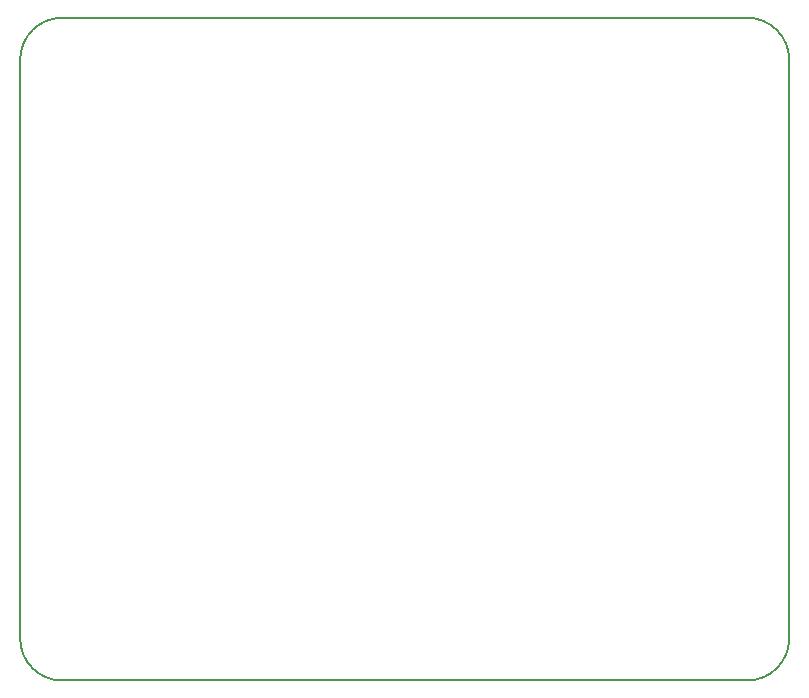
<source format=gm1>
G04 #@! TF.GenerationSoftware,KiCad,Pcbnew,5.0.1+dfsg1-3~bpo9+1*
G04 #@! TF.CreationDate,2019-01-06T07:11:04+00:00*
G04 #@! TF.ProjectId,portia,706F727469612E6B696361645F706362,rev?*
G04 #@! TF.SameCoordinates,Original*
G04 #@! TF.FileFunction,Profile,NP*
%FSLAX46Y46*%
G04 Gerber Fmt 4.6, Leading zero omitted, Abs format (unit mm)*
G04 Created by KiCad (PCBNEW 5.0.1+dfsg1-3~bpo9+1) date Sun 06 Jan 2019 07:11:04 AM UTC*
%MOMM*%
%LPD*%
G01*
G04 APERTURE LIST*
%ADD10C,0.150000*%
G04 APERTURE END LIST*
D10*
X160020000Y-133836000D02*
G75*
G02X156464000Y-130280000I0J3556000D01*
G01*
X221576000Y-130280000D02*
G75*
G02X218020000Y-133836000I-3556000J0D01*
G01*
X156464000Y-81280000D02*
G75*
G02X160020000Y-77724000I3556000J0D01*
G01*
X218020000Y-77724000D02*
G75*
G02X221576000Y-81280000I0J-3556000D01*
G01*
X221576000Y-130280000D02*
X221576000Y-81280000D01*
X160020000Y-77724000D02*
X218020000Y-77724000D01*
X160020000Y-133836000D02*
X218020000Y-133836000D01*
X156464000Y-81280000D02*
X156464000Y-130280000D01*
M02*

</source>
